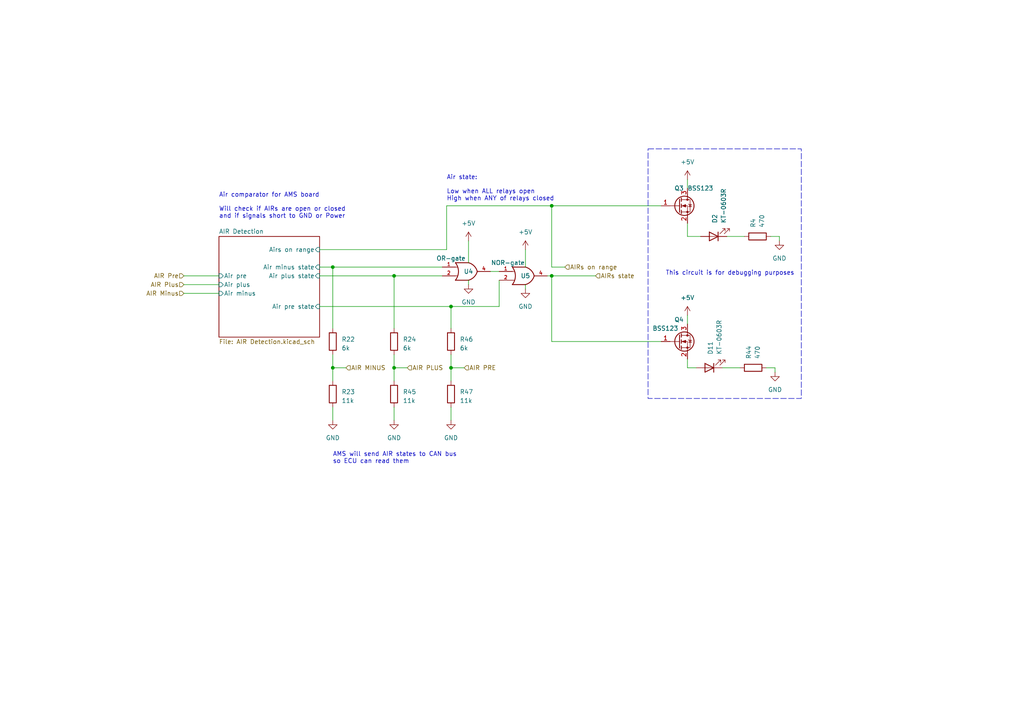
<source format=kicad_sch>
(kicad_sch (version 20230121) (generator eeschema)

  (uuid 02b42d26-023b-4a7b-bd94-f95cfdc45f98)

  (paper "A4")

  (title_block
    (title "AMS Master by Jakub Sułek")
    (date "2023-06-27")
    (rev "7")
  )

  (lib_symbols
    (symbol "74xGxx:74AHC1G32" (pin_names (offset 1.016)) (in_bom yes) (on_board yes)
      (property "Reference" "U" (at -2.54 3.81 0)
        (effects (font (size 1.27 1.27)))
      )
      (property "Value" "74AHC1G32" (at 0 -3.81 0)
        (effects (font (size 1.27 1.27)))
      )
      (property "Footprint" "" (at 0 0 0)
        (effects (font (size 1.27 1.27)) hide)
      )
      (property "Datasheet" "http://www.ti.com/lit/sg/scyt129e/scyt129e.pdf" (at 0 0 0)
        (effects (font (size 1.27 1.27)) hide)
      )
      (property "ki_keywords" "Single Gate OR LVC CMOS" (at 0 0 0)
        (effects (font (size 1.27 1.27)) hide)
      )
      (property "ki_description" "Single OR Gate, Low-Voltage CMOS" (at 0 0 0)
        (effects (font (size 1.27 1.27)) hide)
      )
      (property "ki_fp_filters" "SOT* SG-*" (at 0 0 0)
        (effects (font (size 1.27 1.27)) hide)
      )
      (symbol "74AHC1G32_0_1"
        (arc (start -3.81 -2.54) (mid -2.919 0) (end -3.81 2.54)
          (stroke (width 0.254) (type default))
          (fill (type none))
        )
        (arc (start 0 -2.54) (mid 1.5993 -1.6027) (end 2.54 0)
          (stroke (width 0.254) (type default))
          (fill (type none))
        )
        (polyline
          (pts
            (xy -3.81 -1.27)
            (xy -3.175 -1.27)
          )
          (stroke (width 0) (type default))
          (fill (type none))
        )
        (polyline
          (pts
            (xy -3.81 1.27)
            (xy -3.175 1.27)
          )
          (stroke (width 0) (type default))
          (fill (type none))
        )
        (polyline
          (pts
            (xy 0 -2.54)
            (xy -3.81 -2.54)
          )
          (stroke (width 0.254) (type default))
          (fill (type background))
        )
        (polyline
          (pts
            (xy 0 2.54)
            (xy -3.81 2.54)
          )
          (stroke (width 0.254) (type default))
          (fill (type background))
        )
        (arc (start 2.54 0) (mid 1.6119 1.6152) (end 0 2.54)
          (stroke (width 0.254) (type default))
          (fill (type none))
        )
      )
      (symbol "74AHC1G32_1_1"
        (pin input line (at -7.62 1.27 0) (length 3.81)
          (name "~" (effects (font (size 1.016 1.016))))
          (number "1" (effects (font (size 1.016 1.016))))
        )
        (pin input line (at -7.62 -1.27 0) (length 3.81)
          (name "~" (effects (font (size 1.016 1.016))))
          (number "2" (effects (font (size 1.016 1.016))))
        )
        (pin power_in line (at 0 -2.54 270) (length 0) hide
          (name "GND" (effects (font (size 1.016 1.016))))
          (number "3" (effects (font (size 1.016 1.016))))
        )
        (pin output line (at 6.35 0 180) (length 3.81)
          (name "~" (effects (font (size 1.016 1.016))))
          (number "4" (effects (font (size 1.016 1.016))))
        )
        (pin power_in line (at 0 2.54 90) (length 0) hide
          (name "VCC" (effects (font (size 1.016 1.016))))
          (number "5" (effects (font (size 1.016 1.016))))
        )
      )
    )
    (symbol "Device:LED" (pin_numbers hide) (pin_names (offset 1.016) hide) (in_bom yes) (on_board yes)
      (property "Reference" "D" (at 0 2.54 0)
        (effects (font (size 1.27 1.27)))
      )
      (property "Value" "LED" (at 0 -2.54 0)
        (effects (font (size 1.27 1.27)))
      )
      (property "Footprint" "" (at 0 0 0)
        (effects (font (size 1.27 1.27)) hide)
      )
      (property "Datasheet" "~" (at 0 0 0)
        (effects (font (size 1.27 1.27)) hide)
      )
      (property "ki_keywords" "LED diode" (at 0 0 0)
        (effects (font (size 1.27 1.27)) hide)
      )
      (property "ki_description" "Light emitting diode" (at 0 0 0)
        (effects (font (size 1.27 1.27)) hide)
      )
      (property "ki_fp_filters" "LED* LED_SMD:* LED_THT:*" (at 0 0 0)
        (effects (font (size 1.27 1.27)) hide)
      )
      (symbol "LED_0_1"
        (polyline
          (pts
            (xy -1.27 -1.27)
            (xy -1.27 1.27)
          )
          (stroke (width 0.254) (type default))
          (fill (type none))
        )
        (polyline
          (pts
            (xy -1.27 0)
            (xy 1.27 0)
          )
          (stroke (width 0) (type default))
          (fill (type none))
        )
        (polyline
          (pts
            (xy 1.27 -1.27)
            (xy 1.27 1.27)
            (xy -1.27 0)
            (xy 1.27 -1.27)
          )
          (stroke (width 0.254) (type default))
          (fill (type none))
        )
        (polyline
          (pts
            (xy -3.048 -0.762)
            (xy -4.572 -2.286)
            (xy -3.81 -2.286)
            (xy -4.572 -2.286)
            (xy -4.572 -1.524)
          )
          (stroke (width 0) (type default))
          (fill (type none))
        )
        (polyline
          (pts
            (xy -1.778 -0.762)
            (xy -3.302 -2.286)
            (xy -2.54 -2.286)
            (xy -3.302 -2.286)
            (xy -3.302 -1.524)
          )
          (stroke (width 0) (type default))
          (fill (type none))
        )
      )
      (symbol "LED_1_1"
        (pin passive line (at -3.81 0 0) (length 2.54)
          (name "K" (effects (font (size 1.27 1.27))))
          (number "1" (effects (font (size 1.27 1.27))))
        )
        (pin passive line (at 3.81 0 180) (length 2.54)
          (name "A" (effects (font (size 1.27 1.27))))
          (number "2" (effects (font (size 1.27 1.27))))
        )
      )
    )
    (symbol "Device:R" (pin_numbers hide) (pin_names (offset 0)) (in_bom yes) (on_board yes)
      (property "Reference" "R" (at 2.032 0 90)
        (effects (font (size 1.27 1.27)))
      )
      (property "Value" "R" (at 0 0 90)
        (effects (font (size 1.27 1.27)))
      )
      (property "Footprint" "" (at -1.778 0 90)
        (effects (font (size 1.27 1.27)) hide)
      )
      (property "Datasheet" "~" (at 0 0 0)
        (effects (font (size 1.27 1.27)) hide)
      )
      (property "ki_keywords" "R res resistor" (at 0 0 0)
        (effects (font (size 1.27 1.27)) hide)
      )
      (property "ki_description" "Resistor" (at 0 0 0)
        (effects (font (size 1.27 1.27)) hide)
      )
      (property "ki_fp_filters" "R_*" (at 0 0 0)
        (effects (font (size 1.27 1.27)) hide)
      )
      (symbol "R_0_1"
        (rectangle (start -1.016 -2.54) (end 1.016 2.54)
          (stroke (width 0.254) (type default))
          (fill (type none))
        )
      )
      (symbol "R_1_1"
        (pin passive line (at 0 3.81 270) (length 1.27)
          (name "~" (effects (font (size 1.27 1.27))))
          (number "1" (effects (font (size 1.27 1.27))))
        )
        (pin passive line (at 0 -3.81 90) (length 1.27)
          (name "~" (effects (font (size 1.27 1.27))))
          (number "2" (effects (font (size 1.27 1.27))))
        )
      )
    )
    (symbol "Transistor_FET:BSS123" (pin_names hide) (in_bom yes) (on_board yes)
      (property "Reference" "Q" (at 5.08 1.905 0)
        (effects (font (size 1.27 1.27)) (justify left))
      )
      (property "Value" "BSS123" (at 5.08 0 0)
        (effects (font (size 1.27 1.27)) (justify left))
      )
      (property "Footprint" "Package_TO_SOT_SMD:SOT-23" (at 5.08 -1.905 0)
        (effects (font (size 1.27 1.27) italic) (justify left) hide)
      )
      (property "Datasheet" "http://www.diodes.com/assets/Datasheets/ds30366.pdf" (at 0 0 0)
        (effects (font (size 1.27 1.27)) (justify left) hide)
      )
      (property "ki_keywords" "N-Channel MOSFET" (at 0 0 0)
        (effects (font (size 1.27 1.27)) hide)
      )
      (property "ki_description" "0.17A Id, 100V Vds, N-Channel MOSFET, SOT-23" (at 0 0 0)
        (effects (font (size 1.27 1.27)) hide)
      )
      (property "ki_fp_filters" "SOT?23*" (at 0 0 0)
        (effects (font (size 1.27 1.27)) hide)
      )
      (symbol "BSS123_0_1"
        (polyline
          (pts
            (xy 0.254 0)
            (xy -2.54 0)
          )
          (stroke (width 0) (type default))
          (fill (type none))
        )
        (polyline
          (pts
            (xy 0.254 1.905)
            (xy 0.254 -1.905)
          )
          (stroke (width 0.254) (type default))
          (fill (type none))
        )
        (polyline
          (pts
            (xy 0.762 -1.27)
            (xy 0.762 -2.286)
          )
          (stroke (width 0.254) (type default))
          (fill (type none))
        )
        (polyline
          (pts
            (xy 0.762 0.508)
            (xy 0.762 -0.508)
          )
          (stroke (width 0.254) (type default))
          (fill (type none))
        )
        (polyline
          (pts
            (xy 0.762 2.286)
            (xy 0.762 1.27)
          )
          (stroke (width 0.254) (type default))
          (fill (type none))
        )
        (polyline
          (pts
            (xy 2.54 2.54)
            (xy 2.54 1.778)
          )
          (stroke (width 0) (type default))
          (fill (type none))
        )
        (polyline
          (pts
            (xy 2.54 -2.54)
            (xy 2.54 0)
            (xy 0.762 0)
          )
          (stroke (width 0) (type default))
          (fill (type none))
        )
        (polyline
          (pts
            (xy 0.762 -1.778)
            (xy 3.302 -1.778)
            (xy 3.302 1.778)
            (xy 0.762 1.778)
          )
          (stroke (width 0) (type default))
          (fill (type none))
        )
        (polyline
          (pts
            (xy 1.016 0)
            (xy 2.032 0.381)
            (xy 2.032 -0.381)
            (xy 1.016 0)
          )
          (stroke (width 0) (type default))
          (fill (type outline))
        )
        (polyline
          (pts
            (xy 2.794 0.508)
            (xy 2.921 0.381)
            (xy 3.683 0.381)
            (xy 3.81 0.254)
          )
          (stroke (width 0) (type default))
          (fill (type none))
        )
        (polyline
          (pts
            (xy 3.302 0.381)
            (xy 2.921 -0.254)
            (xy 3.683 -0.254)
            (xy 3.302 0.381)
          )
          (stroke (width 0) (type default))
          (fill (type none))
        )
        (circle (center 1.651 0) (radius 2.794)
          (stroke (width 0.254) (type default))
          (fill (type none))
        )
        (circle (center 2.54 -1.778) (radius 0.254)
          (stroke (width 0) (type default))
          (fill (type outline))
        )
        (circle (center 2.54 1.778) (radius 0.254)
          (stroke (width 0) (type default))
          (fill (type outline))
        )
      )
      (symbol "BSS123_1_1"
        (pin input line (at -5.08 0 0) (length 2.54)
          (name "G" (effects (font (size 1.27 1.27))))
          (number "1" (effects (font (size 1.27 1.27))))
        )
        (pin passive line (at 2.54 -5.08 90) (length 2.54)
          (name "S" (effects (font (size 1.27 1.27))))
          (number "2" (effects (font (size 1.27 1.27))))
        )
        (pin passive line (at 2.54 5.08 270) (length 2.54)
          (name "D" (effects (font (size 1.27 1.27))))
          (number "3" (effects (font (size 1.27 1.27))))
        )
      )
    )
    (symbol "power:+5V" (power) (pin_names (offset 0)) (in_bom yes) (on_board yes)
      (property "Reference" "#PWR" (at 0 -3.81 0)
        (effects (font (size 1.27 1.27)) hide)
      )
      (property "Value" "+5V" (at 0 3.556 0)
        (effects (font (size 1.27 1.27)))
      )
      (property "Footprint" "" (at 0 0 0)
        (effects (font (size 1.27 1.27)) hide)
      )
      (property "Datasheet" "" (at 0 0 0)
        (effects (font (size 1.27 1.27)) hide)
      )
      (property "ki_keywords" "power-flag" (at 0 0 0)
        (effects (font (size 1.27 1.27)) hide)
      )
      (property "ki_description" "Power symbol creates a global label with name \"+5V\"" (at 0 0 0)
        (effects (font (size 1.27 1.27)) hide)
      )
      (symbol "+5V_0_1"
        (polyline
          (pts
            (xy -0.762 1.27)
            (xy 0 2.54)
          )
          (stroke (width 0) (type default))
          (fill (type none))
        )
        (polyline
          (pts
            (xy 0 0)
            (xy 0 2.54)
          )
          (stroke (width 0) (type default))
          (fill (type none))
        )
        (polyline
          (pts
            (xy 0 2.54)
            (xy 0.762 1.27)
          )
          (stroke (width 0) (type default))
          (fill (type none))
        )
      )
      (symbol "+5V_1_1"
        (pin power_in line (at 0 0 90) (length 0) hide
          (name "+5V" (effects (font (size 1.27 1.27))))
          (number "1" (effects (font (size 1.27 1.27))))
        )
      )
    )
    (symbol "power:GND" (power) (pin_names (offset 0)) (in_bom yes) (on_board yes)
      (property "Reference" "#PWR" (at 0 -6.35 0)
        (effects (font (size 1.27 1.27)) hide)
      )
      (property "Value" "GND" (at 0 -3.81 0)
        (effects (font (size 1.27 1.27)))
      )
      (property "Footprint" "" (at 0 0 0)
        (effects (font (size 1.27 1.27)) hide)
      )
      (property "Datasheet" "" (at 0 0 0)
        (effects (font (size 1.27 1.27)) hide)
      )
      (property "ki_keywords" "power-flag" (at 0 0 0)
        (effects (font (size 1.27 1.27)) hide)
      )
      (property "ki_description" "Power symbol creates a global label with name \"GND\" , ground" (at 0 0 0)
        (effects (font (size 1.27 1.27)) hide)
      )
      (symbol "GND_0_1"
        (polyline
          (pts
            (xy 0 0)
            (xy 0 -1.27)
            (xy 1.27 -1.27)
            (xy 0 -2.54)
            (xy -1.27 -1.27)
            (xy 0 -1.27)
          )
          (stroke (width 0) (type default))
          (fill (type none))
        )
      )
      (symbol "GND_1_1"
        (pin power_in line (at 0 0 270) (length 0) hide
          (name "GND" (effects (font (size 1.27 1.27))))
          (number "1" (effects (font (size 1.27 1.27))))
        )
      )
    )
  )

  (junction (at 160.02 80.01) (diameter 0) (color 0 0 0 0)
    (uuid 019ebcef-b33e-4360-bc85-87eae5fd636b)
  )
  (junction (at 114.3 106.68) (diameter 0) (color 0 0 0 0)
    (uuid 1ab03369-cdf9-402c-860d-17731fc7a3a2)
  )
  (junction (at 130.81 88.9) (diameter 0) (color 0 0 0 0)
    (uuid 1bb95407-d9bb-456a-94dd-fd551ee57e5a)
  )
  (junction (at 130.81 106.68) (diameter 0) (color 0 0 0 0)
    (uuid 2c9b40c9-777c-4825-af2b-0e72d088507d)
  )
  (junction (at 114.3 80.01) (diameter 0) (color 0 0 0 0)
    (uuid 8365015d-4cbb-43e9-8df6-9c34e0207598)
  )
  (junction (at 96.52 106.68) (diameter 0) (color 0 0 0 0)
    (uuid a822c2dd-4ecb-4ec1-b486-7b038332ce9b)
  )
  (junction (at 96.52 77.47) (diameter 0) (color 0 0 0 0)
    (uuid a9b0e264-3776-472c-9d8e-ae67edd18256)
  )
  (junction (at 160.02 59.69) (diameter 0) (color 0 0 0 0)
    (uuid f8e06db8-ce3b-407b-a5c3-d3db4559dade)
  )

  (wire (pts (xy 199.39 52.07) (xy 199.39 54.61))
    (stroke (width 0) (type default))
    (uuid 049509c8-ec99-4f4a-ae4d-2cab5c736a16)
  )
  (wire (pts (xy 209.55 106.68) (xy 214.63 106.68))
    (stroke (width 0) (type default))
    (uuid 06f2ae61-a30d-4879-bc2d-e77640362ed8)
  )
  (wire (pts (xy 114.3 106.68) (xy 114.3 110.49))
    (stroke (width 0) (type default))
    (uuid 07d921c0-8745-4765-9d3f-aa522d1479fc)
  )
  (wire (pts (xy 92.71 77.47) (xy 96.52 77.47))
    (stroke (width 0) (type default))
    (uuid 0d053a89-c6cf-41ca-a380-ce603525f1ed)
  )
  (wire (pts (xy 129.54 72.39) (xy 129.54 59.69))
    (stroke (width 0) (type default))
    (uuid 0f0003a5-17d9-4694-b0bc-5ac3347f4af5)
  )
  (wire (pts (xy 53.34 82.55) (xy 63.5 82.55))
    (stroke (width 0) (type default))
    (uuid 0f98245d-dbc7-4850-b60b-af719a8dc920)
  )
  (wire (pts (xy 226.06 69.85) (xy 226.06 68.58))
    (stroke (width 0) (type default))
    (uuid 201b9c2c-aaa8-44b6-90a3-bca4dd4976ca)
  )
  (wire (pts (xy 191.77 99.06) (xy 160.02 99.06))
    (stroke (width 0) (type default))
    (uuid 218b5a3d-26a4-4ec2-88b9-1d5b76340e44)
  )
  (wire (pts (xy 130.81 106.68) (xy 130.81 110.49))
    (stroke (width 0) (type default))
    (uuid 22cb9148-da34-43e9-9742-a9455f236acc)
  )
  (wire (pts (xy 92.71 80.01) (xy 114.3 80.01))
    (stroke (width 0) (type default))
    (uuid 2c8b3986-92f7-458f-ae37-4e16f8ac2494)
  )
  (wire (pts (xy 152.4 72.39) (xy 152.4 77.47))
    (stroke (width 0) (type default))
    (uuid 330143f6-a478-4f49-a031-a782f0c425ab)
  )
  (wire (pts (xy 142.24 78.74) (xy 144.78 78.74))
    (stroke (width 0) (type default))
    (uuid 3611fe98-5e5a-407c-af35-e4766e488701)
  )
  (wire (pts (xy 96.52 77.47) (xy 96.52 95.25))
    (stroke (width 0) (type default))
    (uuid 3a8ac502-230e-46d6-9223-5cac0670c10b)
  )
  (wire (pts (xy 135.89 69.85) (xy 135.89 76.2))
    (stroke (width 0) (type default))
    (uuid 3ddffd40-4254-405a-acf5-558f27b6c41f)
  )
  (wire (pts (xy 160.02 80.01) (xy 172.72 80.01))
    (stroke (width 0) (type default))
    (uuid 3e8b249f-b01b-4a60-84b6-872db10742b3)
  )
  (wire (pts (xy 114.3 80.01) (xy 114.3 95.25))
    (stroke (width 0) (type default))
    (uuid 4d7c05cb-635e-4b5c-979a-078bb121ed12)
  )
  (wire (pts (xy 199.39 68.58) (xy 199.39 64.77))
    (stroke (width 0) (type default))
    (uuid 50cc0134-f3cd-402a-936b-88bc41c0cbc5)
  )
  (wire (pts (xy 96.52 102.87) (xy 96.52 106.68))
    (stroke (width 0) (type default))
    (uuid 5584d8b2-8058-411e-9e92-20f493f507b6)
  )
  (wire (pts (xy 158.75 80.01) (xy 160.02 80.01))
    (stroke (width 0) (type default))
    (uuid 576c0b41-120f-41ba-a905-9d090247ea96)
  )
  (wire (pts (xy 92.71 72.39) (xy 129.54 72.39))
    (stroke (width 0) (type default))
    (uuid 677caf35-2772-446f-ac95-e29ff6b09cb6)
  )
  (wire (pts (xy 96.52 118.11) (xy 96.52 121.92))
    (stroke (width 0) (type default))
    (uuid 72f61fb4-39dd-4474-ae6d-8a0a8e50760f)
  )
  (wire (pts (xy 135.89 81.28) (xy 135.89 82.55))
    (stroke (width 0) (type default))
    (uuid 7ad4b80c-df60-4773-b98a-36f35376c1ff)
  )
  (wire (pts (xy 144.78 81.28) (xy 144.78 88.9))
    (stroke (width 0) (type default))
    (uuid 7d53daaa-05ae-4d86-b75a-c74f8342687f)
  )
  (wire (pts (xy 53.34 80.01) (xy 63.5 80.01))
    (stroke (width 0) (type default))
    (uuid 8037be2b-29dd-46ee-a182-fad3bd3fb2dc)
  )
  (wire (pts (xy 226.06 68.58) (xy 223.52 68.58))
    (stroke (width 0) (type default))
    (uuid 89e934c8-25c5-4faa-8df2-09c2726463f5)
  )
  (wire (pts (xy 199.39 106.68) (xy 199.39 104.14))
    (stroke (width 0) (type default))
    (uuid 8a719664-ed68-4b94-9d70-ebb8ab9a32aa)
  )
  (wire (pts (xy 160.02 99.06) (xy 160.02 80.01))
    (stroke (width 0) (type default))
    (uuid 8e42ba71-8d78-40b2-b371-73d2dade90c2)
  )
  (wire (pts (xy 96.52 106.68) (xy 100.33 106.68))
    (stroke (width 0) (type default))
    (uuid 907b4b3c-9700-47b4-b7bb-4be95db63603)
  )
  (wire (pts (xy 96.52 106.68) (xy 96.52 110.49))
    (stroke (width 0) (type default))
    (uuid 9137c07e-1050-4c38-aa10-1f8b33c9dfbb)
  )
  (wire (pts (xy 130.81 88.9) (xy 130.81 95.25))
    (stroke (width 0) (type default))
    (uuid 91b36f26-610f-4b54-9c1e-0acfa5317154)
  )
  (wire (pts (xy 114.3 118.11) (xy 114.3 121.92))
    (stroke (width 0) (type default))
    (uuid a1b16d0e-3b02-4a4c-af11-cb2ee9c92661)
  )
  (wire (pts (xy 92.71 88.9) (xy 130.81 88.9))
    (stroke (width 0) (type default))
    (uuid a71da11a-c6b8-43e1-bacc-ef73597e9bf1)
  )
  (wire (pts (xy 130.81 88.9) (xy 144.78 88.9))
    (stroke (width 0) (type default))
    (uuid ae6fc07c-23a3-437a-a80f-1afd73d004f4)
  )
  (wire (pts (xy 201.93 106.68) (xy 199.39 106.68))
    (stroke (width 0) (type default))
    (uuid b42a9ef4-c61f-47d8-8148-86f71d86a771)
  )
  (wire (pts (xy 160.02 77.47) (xy 163.83 77.47))
    (stroke (width 0) (type default))
    (uuid b8448694-7a42-43ef-b752-767d48291fc5)
  )
  (wire (pts (xy 130.81 106.68) (xy 134.62 106.68))
    (stroke (width 0) (type default))
    (uuid b9fac4b6-76d0-4a85-9e55-bbf9da6e4003)
  )
  (wire (pts (xy 224.79 106.68) (xy 222.25 106.68))
    (stroke (width 0) (type default))
    (uuid bb472f8f-b345-4f93-bd7b-a0bb1b9c6206)
  )
  (wire (pts (xy 199.39 91.44) (xy 199.39 93.98))
    (stroke (width 0) (type default))
    (uuid bf16ef44-5be0-42b8-9332-7c709304bf6b)
  )
  (wire (pts (xy 130.81 102.87) (xy 130.81 106.68))
    (stroke (width 0) (type default))
    (uuid c153dcb8-4af6-49e0-8d05-f160b58ff3ee)
  )
  (wire (pts (xy 160.02 59.69) (xy 160.02 77.47))
    (stroke (width 0) (type default))
    (uuid c62eef2a-7ef2-40c7-b840-d925cad4507e)
  )
  (wire (pts (xy 130.81 118.11) (xy 130.81 121.92))
    (stroke (width 0) (type default))
    (uuid c7d40b0c-93a5-4573-b2cd-376ebc78ac99)
  )
  (wire (pts (xy 114.3 80.01) (xy 128.27 80.01))
    (stroke (width 0) (type default))
    (uuid c90be312-bdf9-4da1-87c4-67b0c5ae8c55)
  )
  (wire (pts (xy 210.82 68.58) (xy 215.9 68.58))
    (stroke (width 0) (type default))
    (uuid d321d5ae-09cd-4827-962c-098e86bcea70)
  )
  (wire (pts (xy 203.2 68.58) (xy 199.39 68.58))
    (stroke (width 0) (type default))
    (uuid da11ae9c-efdd-4ab0-ab22-737d8affef26)
  )
  (wire (pts (xy 152.4 82.55) (xy 152.4 83.82))
    (stroke (width 0) (type default))
    (uuid df833c79-0c48-4983-9d05-9d503a5d26af)
  )
  (wire (pts (xy 53.34 85.09) (xy 63.5 85.09))
    (stroke (width 0) (type default))
    (uuid e2d4c4be-2dee-431d-96e3-d0fb3980a4fd)
  )
  (wire (pts (xy 114.3 106.68) (xy 118.11 106.68))
    (stroke (width 0) (type default))
    (uuid e703b0d9-d724-4fc3-9d98-e183dd555bfc)
  )
  (wire (pts (xy 114.3 102.87) (xy 114.3 106.68))
    (stroke (width 0) (type default))
    (uuid f06c2a08-2c33-4853-9d08-033b17edfba2)
  )
  (wire (pts (xy 160.02 59.69) (xy 191.77 59.69))
    (stroke (width 0) (type default))
    (uuid f0df1b26-e6a4-4186-9b14-e7c7da2ddfc1)
  )
  (wire (pts (xy 224.79 107.95) (xy 224.79 106.68))
    (stroke (width 0) (type default))
    (uuid f4554fd4-140c-4fad-96ed-3a187178f96e)
  )
  (wire (pts (xy 129.54 59.69) (xy 160.02 59.69))
    (stroke (width 0) (type default))
    (uuid f85b90f6-cb1e-4315-8897-9cf16bbe1746)
  )
  (wire (pts (xy 96.52 77.47) (xy 128.27 77.47))
    (stroke (width 0) (type default))
    (uuid f893401c-6e99-46c6-ba62-dd778d104a49)
  )

  (rectangle (start 187.96 43.18) (end 232.41 115.57)
    (stroke (width 0) (type dash))
    (fill (type none))
    (uuid d97d7ce2-b70f-40a8-b2bc-7e02f4b0dd87)
  )

  (text "This circuit is for debugging purposes" (at 193.04 80.01 0)
    (effects (font (size 1.27 1.27)) (justify left bottom))
    (uuid 3b2b0e57-bc3f-4da3-ab1b-fc7c1c0d999a)
  )
  (text "Air state:\n\nLow when ALL relays open\nHigh when ANY of relays closed"
    (at 129.54 58.42 0)
    (effects (font (size 1.27 1.27)) (justify left bottom))
    (uuid 5625e070-1761-4fa5-bf77-1bcf4d3728ac)
  )
  (text "AMS will send AIR states to CAN bus\nso ECU can read them"
    (at 96.52 134.62 0)
    (effects (font (size 1.27 1.27)) (justify left bottom))
    (uuid e31a83dd-64d1-4e6c-beb2-757b9ecaa4cb)
  )
  (text "Air comparator for AMS board\n\nWill check if AIRs are open or closed \nand if signals short to GND or Power"
    (at 63.5 63.5 0)
    (effects (font (size 1.27 1.27)) (justify left bottom))
    (uuid f4347b03-9773-42a3-909c-61e52a4bef5d)
  )

  (hierarchical_label "AIR Plus" (shape input) (at 53.34 82.55 180) (fields_autoplaced)
    (effects (font (size 1.27 1.27)) (justify right))
    (uuid 4ac58f60-5fa3-4095-8be1-d6956e76731b)
  )
  (hierarchical_label "AIRs state" (shape input) (at 172.72 80.01 0) (fields_autoplaced)
    (effects (font (size 1.27 1.27)) (justify left))
    (uuid 5f5f0254-cfa6-4e6d-9bc5-84fbe2376f18)
  )
  (hierarchical_label "AIR Minus" (shape input) (at 53.34 85.09 180) (fields_autoplaced)
    (effects (font (size 1.27 1.27)) (justify right))
    (uuid 71ab7d8a-73bf-4afe-9c30-83e21f8e7f0a)
  )
  (hierarchical_label "AIR PLUS" (shape input) (at 118.11 106.68 0) (fields_autoplaced)
    (effects (font (size 1.27 1.27)) (justify left))
    (uuid 898c24a9-9cd6-4b21-b834-50c9034cb6ec)
  )
  (hierarchical_label "AIR Pre" (shape input) (at 53.34 80.01 180) (fields_autoplaced)
    (effects (font (size 1.27 1.27)) (justify right))
    (uuid a06af4e5-a94d-4a62-994c-222845d24a12)
  )
  (hierarchical_label "AIR MINUS" (shape input) (at 100.33 106.68 0) (fields_autoplaced)
    (effects (font (size 1.27 1.27)) (justify left))
    (uuid e6078d9e-e4d0-4222-bf4d-0f537d06e5cf)
  )
  (hierarchical_label "AIR PRE" (shape input) (at 134.62 106.68 0) (fields_autoplaced)
    (effects (font (size 1.27 1.27)) (justify left))
    (uuid ecc60180-1b02-48b5-bdc6-5be9fa8fa4ff)
  )
  (hierarchical_label "AIRs on range" (shape input) (at 163.83 77.47 0) (fields_autoplaced)
    (effects (font (size 1.27 1.27)) (justify left))
    (uuid fd4c1a57-6865-4618-b0a6-3815f0fa8943)
  )

  (symbol (lib_id "Device:R") (at 114.3 114.3 180) (unit 1)
    (in_bom yes) (on_board yes) (dnp no) (fields_autoplaced)
    (uuid 01eede12-44a3-4b42-92e4-faf5b1df9533)
    (property "Reference" "R45" (at 116.84 113.665 0)
      (effects (font (size 1.27 1.27)) (justify right))
    )
    (property "Value" "11k" (at 116.84 116.205 0)
      (effects (font (size 1.27 1.27)) (justify right))
    )
    (property "Footprint" "Resistor_SMD:R_0805_2012Metric_Pad1.20x1.40mm_HandSolder" (at 116.078 114.3 90)
      (effects (font (size 1.27 1.27)) hide)
    )
    (property "Datasheet" "~" (at 114.3 114.3 0)
      (effects (font (size 1.27 1.27)) hide)
    )
    (pin "1" (uuid 94d58dc7-9e48-4e01-aed2-0d51aafdc615))
    (pin "2" (uuid ae3950c3-ecc3-4794-8f83-707f313b92aa))
    (instances
      (project "AMS Master V8"
        (path "/e63e39d7-6ac0-4ffd-8aa3-1841a4541b55/6024bf11-2ccf-4578-81d4-539b66c94d1b"
          (reference "R45") (unit 1)
        )
      )
    )
  )

  (symbol (lib_id "Device:R") (at 96.52 99.06 180) (unit 1)
    (in_bom yes) (on_board yes) (dnp no) (fields_autoplaced)
    (uuid 0730463e-b845-4c3b-99a6-2a22ae716ad7)
    (property "Reference" "R22" (at 99.06 98.425 0)
      (effects (font (size 1.27 1.27)) (justify right))
    )
    (property "Value" "6k" (at 99.06 100.965 0)
      (effects (font (size 1.27 1.27)) (justify right))
    )
    (property "Footprint" "Resistor_SMD:R_0805_2012Metric_Pad1.20x1.40mm_HandSolder" (at 98.298 99.06 90)
      (effects (font (size 1.27 1.27)) hide)
    )
    (property "Datasheet" "~" (at 96.52 99.06 0)
      (effects (font (size 1.27 1.27)) hide)
    )
    (pin "1" (uuid e9b4ed60-d449-4fb2-8343-6e13a22bb3a4))
    (pin "2" (uuid 29951658-abd4-4443-bddf-f8bd047c0160))
    (instances
      (project "AMS Master V8"
        (path "/e63e39d7-6ac0-4ffd-8aa3-1841a4541b55/6024bf11-2ccf-4578-81d4-539b66c94d1b"
          (reference "R22") (unit 1)
        )
      )
    )
  )

  (symbol (lib_id "Device:R") (at 96.52 114.3 180) (unit 1)
    (in_bom yes) (on_board yes) (dnp no) (fields_autoplaced)
    (uuid 1386999a-1837-4bd4-b604-9cb7e0b2c4a6)
    (property "Reference" "R23" (at 99.06 113.665 0)
      (effects (font (size 1.27 1.27)) (justify right))
    )
    (property "Value" "11k" (at 99.06 116.205 0)
      (effects (font (size 1.27 1.27)) (justify right))
    )
    (property "Footprint" "Resistor_SMD:R_0805_2012Metric_Pad1.20x1.40mm_HandSolder" (at 98.298 114.3 90)
      (effects (font (size 1.27 1.27)) hide)
    )
    (property "Datasheet" "~" (at 96.52 114.3 0)
      (effects (font (size 1.27 1.27)) hide)
    )
    (pin "1" (uuid 28c6df0f-f68c-4c70-976d-c978f08e825e))
    (pin "2" (uuid 20f19e7a-dc3a-4fb1-be17-2062f62dbf9c))
    (instances
      (project "AMS Master V8"
        (path "/e63e39d7-6ac0-4ffd-8aa3-1841a4541b55/6024bf11-2ccf-4578-81d4-539b66c94d1b"
          (reference "R23") (unit 1)
        )
      )
    )
  )

  (symbol (lib_id "power:GND") (at 130.81 121.92 0) (unit 1)
    (in_bom yes) (on_board yes) (dnp no) (fields_autoplaced)
    (uuid 1dd84901-997e-4007-a49e-ca2de55eca0d)
    (property "Reference" "#PWR079" (at 130.81 128.27 0)
      (effects (font (size 1.27 1.27)) hide)
    )
    (property "Value" "GND" (at 130.81 127 0)
      (effects (font (size 1.27 1.27)))
    )
    (property "Footprint" "" (at 130.81 121.92 0)
      (effects (font (size 1.27 1.27)) hide)
    )
    (property "Datasheet" "" (at 130.81 121.92 0)
      (effects (font (size 1.27 1.27)) hide)
    )
    (pin "1" (uuid f934e6a7-bc43-4957-a421-cc7914321fe2))
    (instances
      (project "AMS Master V8"
        (path "/e63e39d7-6ac0-4ffd-8aa3-1841a4541b55/6024bf11-2ccf-4578-81d4-539b66c94d1b"
          (reference "#PWR079") (unit 1)
        )
      )
    )
  )

  (symbol (lib_id "power:+5V") (at 135.89 69.85 0) (unit 1)
    (in_bom yes) (on_board yes) (dnp no) (fields_autoplaced)
    (uuid 3317a7a3-82af-4da4-9a6e-ee7cfcfc11ab)
    (property "Reference" "#PWR0104" (at 135.89 73.66 0)
      (effects (font (size 1.27 1.27)) hide)
    )
    (property "Value" "+5V" (at 135.89 64.77 0)
      (effects (font (size 1.27 1.27)))
    )
    (property "Footprint" "" (at 135.89 69.85 0)
      (effects (font (size 1.27 1.27)) hide)
    )
    (property "Datasheet" "" (at 135.89 69.85 0)
      (effects (font (size 1.27 1.27)) hide)
    )
    (pin "1" (uuid 4bf18acf-85ac-4f13-b2d5-f3c2e5c05dc2))
    (instances
      (project "AMS Master V8"
        (path "/e63e39d7-6ac0-4ffd-8aa3-1841a4541b55/6024bf11-2ccf-4578-81d4-539b66c94d1b"
          (reference "#PWR0104") (unit 1)
        )
      )
    )
  )

  (symbol (lib_id "power:+5V") (at 199.39 91.44 0) (unit 1)
    (in_bom yes) (on_board yes) (dnp no) (fields_autoplaced)
    (uuid 3df8fd48-e04f-4a04-9bd9-d9c55c54b55d)
    (property "Reference" "#PWR076" (at 199.39 95.25 0)
      (effects (font (size 1.27 1.27)) hide)
    )
    (property "Value" "+5V" (at 199.39 86.36 0)
      (effects (font (size 1.27 1.27)))
    )
    (property "Footprint" "" (at 199.39 91.44 0)
      (effects (font (size 1.27 1.27)) hide)
    )
    (property "Datasheet" "" (at 199.39 91.44 0)
      (effects (font (size 1.27 1.27)) hide)
    )
    (pin "1" (uuid df27a604-137e-4357-ad3e-00e4bb22de6b))
    (instances
      (project "AMS Master V8"
        (path "/e63e39d7-6ac0-4ffd-8aa3-1841a4541b55/6024bf11-2ccf-4578-81d4-539b66c94d1b"
          (reference "#PWR076") (unit 1)
        )
      )
    )
  )

  (symbol (lib_id "power:GND") (at 96.52 121.92 0) (unit 1)
    (in_bom yes) (on_board yes) (dnp no) (fields_autoplaced)
    (uuid 4424a5c4-0109-42eb-abec-67197f02354f)
    (property "Reference" "#PWR048" (at 96.52 128.27 0)
      (effects (font (size 1.27 1.27)) hide)
    )
    (property "Value" "GND" (at 96.52 127 0)
      (effects (font (size 1.27 1.27)))
    )
    (property "Footprint" "" (at 96.52 121.92 0)
      (effects (font (size 1.27 1.27)) hide)
    )
    (property "Datasheet" "" (at 96.52 121.92 0)
      (effects (font (size 1.27 1.27)) hide)
    )
    (pin "1" (uuid e2791478-299f-4a38-b271-a7214276633e))
    (instances
      (project "AMS Master V8"
        (path "/e63e39d7-6ac0-4ffd-8aa3-1841a4541b55/6024bf11-2ccf-4578-81d4-539b66c94d1b"
          (reference "#PWR048") (unit 1)
        )
      )
    )
  )

  (symbol (lib_id "power:GND") (at 224.79 107.95 0) (unit 1)
    (in_bom yes) (on_board yes) (dnp no) (fields_autoplaced)
    (uuid 51d31a3e-fd2f-43da-9dc7-d6f72c6f4716)
    (property "Reference" "#PWR036" (at 224.79 114.3 0)
      (effects (font (size 1.27 1.27)) hide)
    )
    (property "Value" "GND" (at 224.79 113.03 0)
      (effects (font (size 1.27 1.27)))
    )
    (property "Footprint" "" (at 224.79 107.95 0)
      (effects (font (size 1.27 1.27)) hide)
    )
    (property "Datasheet" "" (at 224.79 107.95 0)
      (effects (font (size 1.27 1.27)) hide)
    )
    (pin "1" (uuid e4076b05-42c5-4337-b3fc-14193a715bad))
    (instances
      (project "AMS Master V8"
        (path "/e63e39d7-6ac0-4ffd-8aa3-1841a4541b55/6024bf11-2ccf-4578-81d4-539b66c94d1b"
          (reference "#PWR036") (unit 1)
        )
      )
    )
  )

  (symbol (lib_id "Device:R") (at 219.71 68.58 90) (unit 1)
    (in_bom yes) (on_board yes) (dnp no) (fields_autoplaced)
    (uuid 57f885ef-4f35-4daa-bd49-26acd77bf5a9)
    (property "Reference" "R4" (at 218.4399 66.04 0)
      (effects (font (size 1.27 1.27)) (justify left))
    )
    (property "Value" "470" (at 220.9799 66.04 0)
      (effects (font (size 1.27 1.27)) (justify left))
    )
    (property "Footprint" "Resistor_SMD:R_0805_2012Metric_Pad1.20x1.40mm_HandSolder" (at 219.71 70.358 90)
      (effects (font (size 1.27 1.27)) hide)
    )
    (property "Datasheet" "~" (at 219.71 68.58 0)
      (effects (font (size 1.27 1.27)) hide)
    )
    (pin "1" (uuid 2789a07f-bebf-413b-bb73-3f4c433e9b63))
    (pin "2" (uuid 89fb7c5e-42f8-48b8-af35-32c21d1a9613))
    (instances
      (project "AMS Master V8"
        (path "/e63e39d7-6ac0-4ffd-8aa3-1841a4541b55/6024bf11-2ccf-4578-81d4-539b66c94d1b"
          (reference "R4") (unit 1)
        )
      )
    )
  )

  (symbol (lib_id "power:GND") (at 114.3 121.92 0) (unit 1)
    (in_bom yes) (on_board yes) (dnp no) (fields_autoplaced)
    (uuid 625210bd-b7f8-4ba6-b086-5b731ac0b22c)
    (property "Reference" "#PWR049" (at 114.3 128.27 0)
      (effects (font (size 1.27 1.27)) hide)
    )
    (property "Value" "GND" (at 114.3 127 0)
      (effects (font (size 1.27 1.27)))
    )
    (property "Footprint" "" (at 114.3 121.92 0)
      (effects (font (size 1.27 1.27)) hide)
    )
    (property "Datasheet" "" (at 114.3 121.92 0)
      (effects (font (size 1.27 1.27)) hide)
    )
    (pin "1" (uuid a26893bc-8e6f-458f-a1aa-afafb1edb5ad))
    (instances
      (project "AMS Master V8"
        (path "/e63e39d7-6ac0-4ffd-8aa3-1841a4541b55/6024bf11-2ccf-4578-81d4-539b66c94d1b"
          (reference "#PWR049") (unit 1)
        )
      )
    )
  )

  (symbol (lib_id "Device:R") (at 130.81 99.06 180) (unit 1)
    (in_bom yes) (on_board yes) (dnp no) (fields_autoplaced)
    (uuid 713bb3bd-7969-497b-8bc6-732034342fb2)
    (property "Reference" "R46" (at 133.35 98.425 0)
      (effects (font (size 1.27 1.27)) (justify right))
    )
    (property "Value" "6k" (at 133.35 100.965 0)
      (effects (font (size 1.27 1.27)) (justify right))
    )
    (property "Footprint" "Resistor_SMD:R_0805_2012Metric_Pad1.20x1.40mm_HandSolder" (at 132.588 99.06 90)
      (effects (font (size 1.27 1.27)) hide)
    )
    (property "Datasheet" "~" (at 130.81 99.06 0)
      (effects (font (size 1.27 1.27)) hide)
    )
    (pin "1" (uuid 3063ce61-32c7-4279-a985-8a0724de1214))
    (pin "2" (uuid c7f0e4ba-0113-4339-89a9-4206d6b06194))
    (instances
      (project "AMS Master V8"
        (path "/e63e39d7-6ac0-4ffd-8aa3-1841a4541b55/6024bf11-2ccf-4578-81d4-539b66c94d1b"
          (reference "R46") (unit 1)
        )
      )
    )
  )

  (symbol (lib_id "Device:R") (at 218.44 106.68 90) (unit 1)
    (in_bom yes) (on_board yes) (dnp no) (fields_autoplaced)
    (uuid 750acdef-bedd-4dd0-bd0d-5185d66bf45b)
    (property "Reference" "R44" (at 217.1699 104.14 0)
      (effects (font (size 1.27 1.27)) (justify left))
    )
    (property "Value" "470" (at 219.7099 104.14 0)
      (effects (font (size 1.27 1.27)) (justify left))
    )
    (property "Footprint" "Resistor_SMD:R_0805_2012Metric_Pad1.20x1.40mm_HandSolder" (at 218.44 108.458 90)
      (effects (font (size 1.27 1.27)) hide)
    )
    (property "Datasheet" "~" (at 218.44 106.68 0)
      (effects (font (size 1.27 1.27)) hide)
    )
    (pin "1" (uuid 0241e63e-3a84-47a2-9af3-19476938a804))
    (pin "2" (uuid 24e6e4e2-73a7-4293-8b4f-e6bee367875f))
    (instances
      (project "AMS Master V8"
        (path "/e63e39d7-6ac0-4ffd-8aa3-1841a4541b55/6024bf11-2ccf-4578-81d4-539b66c94d1b"
          (reference "R44") (unit 1)
        )
      )
    )
  )

  (symbol (lib_id "Device:R") (at 130.81 114.3 180) (unit 1)
    (in_bom yes) (on_board yes) (dnp no) (fields_autoplaced)
    (uuid 82a3b909-b820-4c64-a52e-ea99567f6a7b)
    (property "Reference" "R47" (at 133.35 113.665 0)
      (effects (font (size 1.27 1.27)) (justify right))
    )
    (property "Value" "11k" (at 133.35 116.205 0)
      (effects (font (size 1.27 1.27)) (justify right))
    )
    (property "Footprint" "Resistor_SMD:R_0805_2012Metric_Pad1.20x1.40mm_HandSolder" (at 132.588 114.3 90)
      (effects (font (size 1.27 1.27)) hide)
    )
    (property "Datasheet" "~" (at 130.81 114.3 0)
      (effects (font (size 1.27 1.27)) hide)
    )
    (pin "1" (uuid f5b06249-9046-463a-8800-2724e3ac3736))
    (pin "2" (uuid 29ede998-ea20-4e10-b293-b57f9c9a2c51))
    (instances
      (project "AMS Master V8"
        (path "/e63e39d7-6ac0-4ffd-8aa3-1841a4541b55/6024bf11-2ccf-4578-81d4-539b66c94d1b"
          (reference "R47") (unit 1)
        )
      )
    )
  )

  (symbol (lib_id "power:+5V") (at 152.4 72.39 0) (unit 1)
    (in_bom yes) (on_board yes) (dnp no) (fields_autoplaced)
    (uuid 8750a19e-e98b-4917-9afa-ec358ec172f6)
    (property "Reference" "#PWR0103" (at 152.4 76.2 0)
      (effects (font (size 1.27 1.27)) hide)
    )
    (property "Value" "+5V" (at 152.4 67.31 0)
      (effects (font (size 1.27 1.27)))
    )
    (property "Footprint" "" (at 152.4 72.39 0)
      (effects (font (size 1.27 1.27)) hide)
    )
    (property "Datasheet" "" (at 152.4 72.39 0)
      (effects (font (size 1.27 1.27)) hide)
    )
    (pin "1" (uuid aa72f443-022c-43a5-8b55-1179c5276aba))
    (instances
      (project "AMS Master V8"
        (path "/e63e39d7-6ac0-4ffd-8aa3-1841a4541b55/6024bf11-2ccf-4578-81d4-539b66c94d1b"
          (reference "#PWR0103") (unit 1)
        )
      )
    )
  )

  (symbol (lib_id "Transistor_FET:BSS123") (at 196.85 99.06 0) (unit 1)
    (in_bom yes) (on_board yes) (dnp no)
    (uuid 971a6b9e-f080-44ac-b893-a5e0a2e423ac)
    (property "Reference" "Q4" (at 195.58 92.71 0)
      (effects (font (size 1.27 1.27)) (justify left))
    )
    (property "Value" "BSS123" (at 189.23 95.25 0)
      (effects (font (size 1.27 1.27)) (justify left))
    )
    (property "Footprint" "Package_TO_SOT_SMD:SOT-323_SC-70_Handsoldering" (at 201.93 100.965 0)
      (effects (font (size 1.27 1.27) italic) (justify left) hide)
    )
    (property "Datasheet" "http://www.diodes.com/assets/Datasheets/ds30366.pdf" (at 196.85 99.06 0)
      (effects (font (size 1.27 1.27)) (justify left) hide)
    )
    (pin "1" (uuid c0b44976-d1f0-4d64-9991-34ecd6c1f45f))
    (pin "2" (uuid 98cf7884-f295-4ba5-8231-d74ce4e72b22))
    (pin "3" (uuid 73e5c4ff-878a-4c99-9f55-6bada74ac091))
    (instances
      (project "AMS Master V8"
        (path "/e63e39d7-6ac0-4ffd-8aa3-1841a4541b55/6024bf11-2ccf-4578-81d4-539b66c94d1b"
          (reference "Q4") (unit 1)
        )
      )
    )
  )

  (symbol (lib_id "power:+5V") (at 199.39 52.07 0) (unit 1)
    (in_bom yes) (on_board yes) (dnp no) (fields_autoplaced)
    (uuid 97c4bb17-3150-4e9f-aeac-32007cab341a)
    (property "Reference" "#PWR013" (at 199.39 55.88 0)
      (effects (font (size 1.27 1.27)) hide)
    )
    (property "Value" "+5V" (at 199.39 46.99 0)
      (effects (font (size 1.27 1.27)))
    )
    (property "Footprint" "" (at 199.39 52.07 0)
      (effects (font (size 1.27 1.27)) hide)
    )
    (property "Datasheet" "" (at 199.39 52.07 0)
      (effects (font (size 1.27 1.27)) hide)
    )
    (pin "1" (uuid 51e57aab-9c2a-4b83-8b25-8c6e7460c6fd))
    (instances
      (project "AMS Master V8"
        (path "/e63e39d7-6ac0-4ffd-8aa3-1841a4541b55/6024bf11-2ccf-4578-81d4-539b66c94d1b"
          (reference "#PWR013") (unit 1)
        )
      )
    )
  )

  (symbol (lib_id "74xGxx:74AHC1G32") (at 135.89 78.74 0) (unit 1)
    (in_bom yes) (on_board yes) (dnp no)
    (uuid 9914021f-bfbc-4445-9f4b-2b9e84861a85)
    (property "Reference" "U4" (at 135.89 78.74 0)
      (effects (font (size 1.27 1.27)))
    )
    (property "Value" "OR-gate" (at 130.81 74.93 0)
      (effects (font (size 1.27 1.27)))
    )
    (property "Footprint" "Metropolia Motorsport:SOT-753" (at 135.89 78.74 0)
      (effects (font (size 1.27 1.27)) hide)
    )
    (property "Datasheet" "" (at 135.89 78.74 0)
      (effects (font (size 1.27 1.27)) hide)
    )
    (pin "1" (uuid 4ac34778-750a-4936-b340-0007aa684e16))
    (pin "2" (uuid fa63bd31-bdbb-461c-8b6f-dcffcdeba20d))
    (pin "3" (uuid 25635f46-0046-4f58-9678-e95a03e00f59))
    (pin "4" (uuid 8a3ea079-7912-47dd-967b-b0a23d75364e))
    (pin "5" (uuid c4b9d665-9cde-4b3c-9467-04fabb38b076))
    (instances
      (project "AMS Master V8"
        (path "/e63e39d7-6ac0-4ffd-8aa3-1841a4541b55/6024bf11-2ccf-4578-81d4-539b66c94d1b"
          (reference "U4") (unit 1)
        )
      )
    )
  )

  (symbol (lib_id "74xGxx:74AHC1G32") (at 152.4 80.01 0) (unit 1)
    (in_bom yes) (on_board yes) (dnp no)
    (uuid 9ceca43a-6374-42c8-bcf1-d09d497df867)
    (property "Reference" "U5" (at 152.4 80.01 0)
      (effects (font (size 1.27 1.27)))
    )
    (property "Value" "NOR-gate" (at 147.32 76.2 0)
      (effects (font (size 1.27 1.27)))
    )
    (property "Footprint" "Metropolia Motorsport:SOT-753" (at 152.4 80.01 0)
      (effects (font (size 1.27 1.27)) hide)
    )
    (property "Datasheet" "" (at 152.4 80.01 0)
      (effects (font (size 1.27 1.27)) hide)
    )
    (pin "1" (uuid b80bc43e-e4c6-4697-bb1d-089cf97c2141))
    (pin "2" (uuid 6d18ea0b-1bfc-4fe7-92f8-734f5d336eb4))
    (pin "3" (uuid c78e7934-cc09-4c41-9ddb-bf6920231f45))
    (pin "4" (uuid df21dc5e-987f-46f9-b094-4fdc0103a017))
    (pin "5" (uuid 61d20c6d-482c-4d35-9cfe-801f0dc614a0))
    (instances
      (project "AMS Master V8"
        (path "/e63e39d7-6ac0-4ffd-8aa3-1841a4541b55/6024bf11-2ccf-4578-81d4-539b66c94d1b"
          (reference "U5") (unit 1)
        )
      )
    )
  )

  (symbol (lib_id "power:GND") (at 152.4 83.82 0) (unit 1)
    (in_bom yes) (on_board yes) (dnp no) (fields_autoplaced)
    (uuid 9e0f7c7e-9d45-4642-9959-b5c7f53741c0)
    (property "Reference" "#PWR0102" (at 152.4 90.17 0)
      (effects (font (size 1.27 1.27)) hide)
    )
    (property "Value" "GND" (at 152.4 88.9 0)
      (effects (font (size 1.27 1.27)))
    )
    (property "Footprint" "" (at 152.4 83.82 0)
      (effects (font (size 1.27 1.27)) hide)
    )
    (property "Datasheet" "" (at 152.4 83.82 0)
      (effects (font (size 1.27 1.27)) hide)
    )
    (pin "1" (uuid e8dd3110-f715-40fe-9f71-20cc25d81216))
    (instances
      (project "AMS Master V8"
        (path "/e63e39d7-6ac0-4ffd-8aa3-1841a4541b55/6024bf11-2ccf-4578-81d4-539b66c94d1b"
          (reference "#PWR0102") (unit 1)
        )
      )
    )
  )

  (symbol (lib_id "power:GND") (at 226.06 69.85 0) (unit 1)
    (in_bom yes) (on_board yes) (dnp no) (fields_autoplaced)
    (uuid c9d0049d-4a7c-44d6-8d93-2b231ec6b999)
    (property "Reference" "#PWR012" (at 226.06 76.2 0)
      (effects (font (size 1.27 1.27)) hide)
    )
    (property "Value" "GND" (at 226.06 74.93 0)
      (effects (font (size 1.27 1.27)))
    )
    (property "Footprint" "" (at 226.06 69.85 0)
      (effects (font (size 1.27 1.27)) hide)
    )
    (property "Datasheet" "" (at 226.06 69.85 0)
      (effects (font (size 1.27 1.27)) hide)
    )
    (pin "1" (uuid 06c47942-761b-4944-bf21-bbbd145e411b))
    (instances
      (project "AMS Master V8"
        (path "/e63e39d7-6ac0-4ffd-8aa3-1841a4541b55/6024bf11-2ccf-4578-81d4-539b66c94d1b"
          (reference "#PWR012") (unit 1)
        )
      )
    )
  )

  (symbol (lib_id "power:GND") (at 135.89 82.55 0) (unit 1)
    (in_bom yes) (on_board yes) (dnp no) (fields_autoplaced)
    (uuid d396e066-a509-4da2-bdaf-7f7eeab86199)
    (property "Reference" "#PWR0101" (at 135.89 88.9 0)
      (effects (font (size 1.27 1.27)) hide)
    )
    (property "Value" "GND" (at 135.89 87.63 0)
      (effects (font (size 1.27 1.27)))
    )
    (property "Footprint" "" (at 135.89 82.55 0)
      (effects (font (size 1.27 1.27)) hide)
    )
    (property "Datasheet" "" (at 135.89 82.55 0)
      (effects (font (size 1.27 1.27)) hide)
    )
    (pin "1" (uuid e63fde27-c23a-48cc-b457-b0556f7aa179))
    (instances
      (project "AMS Master V8"
        (path "/e63e39d7-6ac0-4ffd-8aa3-1841a4541b55/6024bf11-2ccf-4578-81d4-539b66c94d1b"
          (reference "#PWR0101") (unit 1)
        )
      )
    )
  )

  (symbol (lib_id "Device:LED") (at 205.74 106.68 180) (unit 1)
    (in_bom yes) (on_board yes) (dnp no) (fields_autoplaced)
    (uuid db1810cf-49ca-49ba-ad3b-ce5c8da55b90)
    (property "Reference" "D11" (at 206.0574 102.87 90)
      (effects (font (size 1.27 1.27)) (justify right))
    )
    (property "Value" "KT-0603R" (at 208.5974 102.87 90)
      (effects (font (size 1.27 1.27)) (justify right))
    )
    (property "Footprint" "LED_SMD:LED_0603_1608Metric_Pad1.05x0.95mm_HandSolder" (at 205.74 106.68 0)
      (effects (font (size 1.27 1.27)) hide)
    )
    (property "Datasheet" "~" (at 205.74 106.68 0)
      (effects (font (size 1.27 1.27)) hide)
    )
    (pin "1" (uuid e1a622d9-5e06-48bc-b390-9ff19fb297cb))
    (pin "2" (uuid 7ef8e5e8-281d-406c-ab2c-649b7d4b7856))
    (instances
      (project "AMS Master V8"
        (path "/e63e39d7-6ac0-4ffd-8aa3-1841a4541b55/6024bf11-2ccf-4578-81d4-539b66c94d1b"
          (reference "D11") (unit 1)
        )
      )
    )
  )

  (symbol (lib_id "Transistor_FET:BSS123") (at 196.85 59.69 0) (unit 1)
    (in_bom yes) (on_board yes) (dnp no)
    (uuid e173d1e8-f0d9-4580-aa10-6ec5ceb4ea4a)
    (property "Reference" "Q3" (at 195.58 54.61 0)
      (effects (font (size 1.27 1.27)) (justify left))
    )
    (property "Value" "BSS123" (at 199.39 54.61 0)
      (effects (font (size 1.27 1.27)) (justify left))
    )
    (property "Footprint" "Package_TO_SOT_SMD:SOT-323_SC-70_Handsoldering" (at 201.93 61.595 0)
      (effects (font (size 1.27 1.27) italic) (justify left) hide)
    )
    (property "Datasheet" "http://www.diodes.com/assets/Datasheets/ds30366.pdf" (at 196.85 59.69 0)
      (effects (font (size 1.27 1.27)) (justify left) hide)
    )
    (pin "1" (uuid ee91a2b6-4730-446f-a3fb-69ad3a4dd482))
    (pin "2" (uuid 8361d79d-b037-4e87-a888-ff9cf376ebeb))
    (pin "3" (uuid ffb92d33-9590-4c3e-a1bf-de1f06a6dd3b))
    (instances
      (project "AMS Master V8"
        (path "/e63e39d7-6ac0-4ffd-8aa3-1841a4541b55/6024bf11-2ccf-4578-81d4-539b66c94d1b"
          (reference "Q3") (unit 1)
        )
      )
    )
  )

  (symbol (lib_id "Device:R") (at 114.3 99.06 180) (unit 1)
    (in_bom yes) (on_board yes) (dnp no) (fields_autoplaced)
    (uuid e38d2866-9955-4352-a950-40e6612c2dbf)
    (property "Reference" "R24" (at 116.84 98.425 0)
      (effects (font (size 1.27 1.27)) (justify right))
    )
    (property "Value" "6k" (at 116.84 100.965 0)
      (effects (font (size 1.27 1.27)) (justify right))
    )
    (property "Footprint" "Resistor_SMD:R_0805_2012Metric_Pad1.20x1.40mm_HandSolder" (at 116.078 99.06 90)
      (effects (font (size 1.27 1.27)) hide)
    )
    (property "Datasheet" "~" (at 114.3 99.06 0)
      (effects (font (size 1.27 1.27)) hide)
    )
    (pin "1" (uuid dd4dd160-f853-47d4-9866-1c6835469be7))
    (pin "2" (uuid 874c6e57-5bdd-4aad-a630-e2597a329ba4))
    (instances
      (project "AMS Master V8"
        (path "/e63e39d7-6ac0-4ffd-8aa3-1841a4541b55/6024bf11-2ccf-4578-81d4-539b66c94d1b"
          (reference "R24") (unit 1)
        )
      )
    )
  )

  (symbol (lib_id "Device:LED") (at 207.01 68.58 180) (unit 1)
    (in_bom yes) (on_board yes) (dnp no) (fields_autoplaced)
    (uuid ec8f92f8-a320-46d7-85b8-cf5707040b13)
    (property "Reference" "D2" (at 207.3274 64.77 90)
      (effects (font (size 1.27 1.27)) (justify right))
    )
    (property "Value" "KT-0603R" (at 209.8674 64.77 90)
      (effects (font (size 1.27 1.27)) (justify right))
    )
    (property "Footprint" "LED_SMD:LED_0603_1608Metric_Pad1.05x0.95mm_HandSolder" (at 207.01 68.58 0)
      (effects (font (size 1.27 1.27)) hide)
    )
    (property "Datasheet" "~" (at 207.01 68.58 0)
      (effects (font (size 1.27 1.27)) hide)
    )
    (pin "1" (uuid 7e80dd22-4613-459a-bd05-39d1193370af))
    (pin "2" (uuid b61b798f-a67d-4200-a8e9-fbb26a0e7b30))
    (instances
      (project "AMS Master V8"
        (path "/e63e39d7-6ac0-4ffd-8aa3-1841a4541b55/6024bf11-2ccf-4578-81d4-539b66c94d1b"
          (reference "D2") (unit 1)
        )
      )
    )
  )

  (sheet (at 63.5 68.58) (size 29.21 29.21) (fields_autoplaced)
    (stroke (width 0.1524) (type solid))
    (fill (color 0 0 0 0.0000))
    (uuid 389a4c98-b247-4662-ab1b-1f7905be598b)
    (property "Sheetname" "AIR Detection" (at 63.5 67.8684 0)
      (effects (font (size 1.27 1.27)) (justify left bottom))
    )
    (property "Sheetfile" "AIR Detection.kicad_sch" (at 63.5 98.3746 0)
      (effects (font (size 1.27 1.27)) (justify left top))
    )
    (pin "Air plus" input (at 63.5 82.55 180)
      (effects (font (size 1.27 1.27)) (justify left))
      (uuid 1751fc7c-d5e9-4972-b95e-6401e0b44f2f)
    )
    (pin "Air pre" input (at 63.5 80.01 180)
      (effects (font (size 1.27 1.27)) (justify left))
      (uuid c3b003aa-9894-4b00-90ae-ad1011edd1e8)
    )
    (pin "Air minus" input (at 63.5 85.09 180)
      (effects (font (size 1.27 1.27)) (justify left))
      (uuid 1c9ced0c-c1c5-45e3-9606-736579f4eb02)
    )
    (pin "Air minus state" input (at 92.71 77.47 0)
      (effects (font (size 1.27 1.27)) (justify right))
      (uuid 8b1d06cc-951a-4704-a0d9-d65d105678e3)
    )
    (pin "Air plus state" input (at 92.71 80.01 0)
      (effects (font (size 1.27 1.27)) (justify right))
      (uuid 2ab1ebea-0d66-42de-8231-cc3573013958)
    )
    (pin "Air pre state" input (at 92.71 88.9 0)
      (effects (font (size 1.27 1.27)) (justify right))
      (uuid 74fe0285-fc94-4e49-bf50-4676ee0a0214)
    )
    (pin "Airs on range" input (at 92.71 72.39 0)
      (effects (font (size 1.27 1.27)) (justify right))
      (uuid b2e71191-1595-49bb-9cd4-7bbae431c912)
    )
    (instances
      (project "AMS Master V8"
        (path "/e63e39d7-6ac0-4ffd-8aa3-1841a4541b55/6024bf11-2ccf-4578-81d4-539b66c94d1b" (page "9"))
      )
    )
  )
)

</source>
